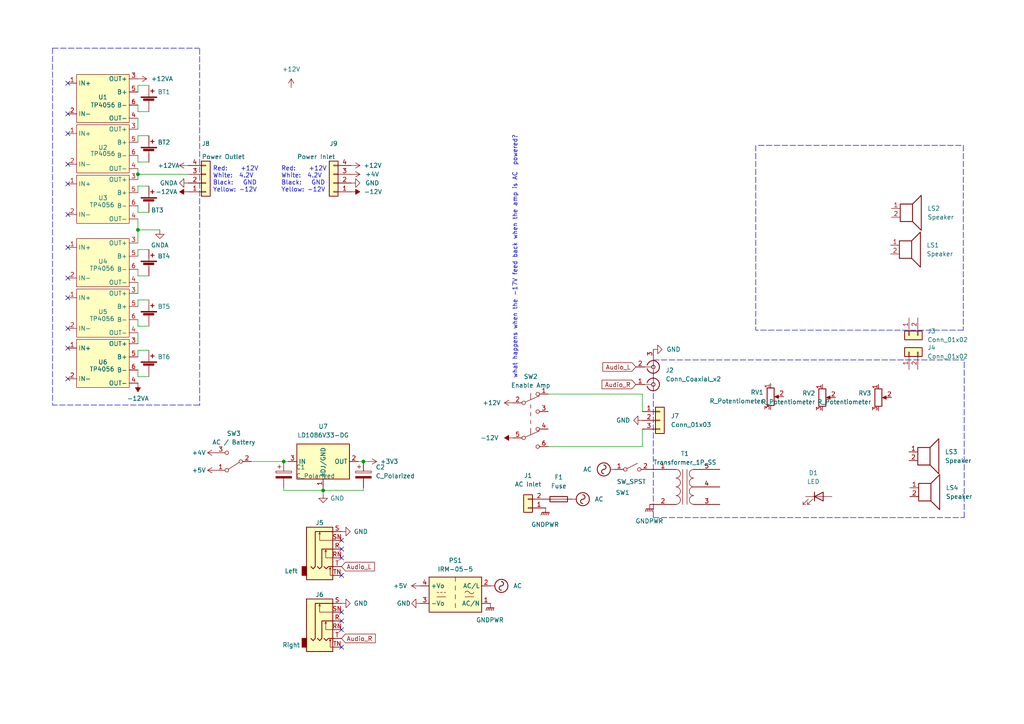
<source format=kicad_sch>
(kicad_sch (version 20211123) (generator eeschema)
  (paper "A4")
  (lib_symbols
    (symbol "Connector:AudioJack3_Switch"
      (property "Reference" "J" (at 0 11.43 0))
      (property "Value" "AudioJack3_Switch" (at 0 8.89 0))
      (symbol "AudioJack3_Switch_0_1"
        (rectangle (start -5.08 -5.08) (end -6.35 -7.62) (stroke (width 0.254)) (fill (type outline)))
        (polyline (pts (xy -1.27 4.826) (xy -1.016 4.318)))
        (polyline (pts (xy 0.508 -0.254) (xy 0.762 -0.762)))
        (polyline (pts (xy 1.778 -5.334) (xy 2.032 -5.842)))
        (polyline (pts (xy 0 -5.08) (xy 0.635 -5.715) (xy 1.27 -5.08) (xy 2.54 -5.08)) (stroke (width 0.254)))
        (polyline (pts (xy 2.54 -7.62) (xy 1.778 -7.62) (xy 1.778 -5.334) (xy 1.524 -5.842)))
        (polyline (pts (xy 2.54 -2.54) (xy 0.508 -2.54) (xy 0.508 -0.254) (xy 0.254 -0.762)))
        (polyline (pts (xy 2.54 2.54) (xy -1.27 2.54) (xy -1.27 4.826) (xy -1.524 4.318)))
        (polyline (pts (xy -1.905 -5.08) (xy -1.27 -5.715) (xy -0.635 -5.08) (xy -0.635 0) (xy 2.54 0)) (stroke (width 0.254)))
        (polyline (pts (xy 2.54 5.08) (xy -2.54 5.08) (xy -2.54 -5.08) (xy -3.175 -5.715) (xy -3.81 -5.08)) (stroke (width 0.254)))
        (rectangle (start 2.54 6.35) (end -5.08 -8.89) (stroke (width 0.254)) (fill (type background)))
      )
      (symbol "AudioJack3_Switch_1_1"
        (pin passive line (at 5.08 0 180) (length 2.54) (name "~") (number "R"))
        (pin passive line (at 5.08 -2.54 180) (length 2.54) (name "~") (number "RN"))
        (pin passive line (at 5.08 5.08 180) (length 2.54) (name "~") (number "S"))
        (pin passive line (at 5.08 2.54 180) (length 2.54) (name "~") (number "SN"))
        (pin passive line (at 5.08 -5.08 180) (length 2.54) (name "~") (number "T"))
        (pin passive line (at 5.08 -7.62 180) (length 2.54) (name "~") (number "TN"))
      )
    )
    (symbol "Connector:Conn_Coaxial_x2" (pin_names (offset 1.016) hide)
      (property "Reference" "J" (at 0 5.715 0))
      (property "Value" "Conn_Coaxial_x2" (at 2.921 0 90))
      (symbol "Conn_Coaxial_x2_0_1"
        (arc (start -1.778 -3.048) (mid 0.2311 -4.3466) (end 1.778 -2.54) (stroke (width 0.254)))
        (arc (start -1.778 2.032) (mid 0.2311 0.7334) (end 1.778 2.54) (stroke (width 0.254)))
        (circle (center 0 -2.54) (radius 0.508) (stroke (width 0.2032)))
        (polyline (pts (xy -2.54 -2.54) (xy -0.508 -2.54)))
        (polyline (pts (xy -2.54 2.54) (xy -0.508 2.54)))
        (polyline (pts (xy 0 -5.08) (xy 0 -4.318)))
        (polyline (pts (xy 0 0.762) (xy 0 -0.635)))
        (circle (center 0 2.54) (radius 0.508) (stroke (width 0.2032)))
        (arc (start 1.778 -2.54) (mid 0.2099 -0.7299) (end -1.778 -2.032) (stroke (width 0.254)))
        (arc (start 1.778 2.54) (mid 0.2099 4.3501) (end -1.778 3.048) (stroke (width 0.254)))
      )
      (symbol "Conn_Coaxial_x2_1_1"
        (pin passive line (at -5.08 2.54 0) (length 2.54) (name "IN1") (number "1"))
        (pin passive line (at -5.08 -2.54 0) (length 2.54) (name "IN2") (number "2"))
        (pin passive line (at 0 -7.62 90) (length 2.54) (name "EXT") (number "3"))
      )
    )
    (symbol "Connector_Generic:Conn_01x02" (pin_names (offset 1.016) hide)
      (property "Reference" "J" (at 0 2.54 0))
      (property "Value" "Conn_01x02" (at 0 -5.08 0))
      (symbol "Conn_01x02_1_1"
        (rectangle (start -1.27 -2.413) (end 0 -2.667) (stroke (width 0.1524)))
        (rectangle (start -1.27 0.127) (end 0 -0.127) (stroke (width 0.1524)))
        (rectangle (start -1.27 1.27) (end 1.27 -3.81) (stroke (width 0.254)) (fill (type background)))
        (pin passive line (at -5.08 0 0) (length 3.81) (name "Pin_1") (number "1"))
        (pin passive line (at -5.08 -2.54 0) (length 3.81) (name "Pin_2") (number "2"))
      )
    )
    (symbol "Connector_Generic:Conn_01x03" (pin_names (offset 1.016) hide)
      (property "Reference" "J" (at 0 5.08 0))
      (property "Value" "Conn_01x03" (at 0 -5.08 0))
      (symbol "Conn_01x03_1_1"
        (rectangle (start -1.27 -2.413) (end 0 -2.667) (stroke (width 0.1524)))
        (rectangle (start -1.27 0.127) (end 0 -0.127) (stroke (width 0.1524)))
        (rectangle (start -1.27 2.667) (end 0 2.413) (stroke (width 0.1524)))
        (rectangle (start -1.27 3.81) (end 1.27 -3.81) (stroke (width 0.254)) (fill (type background)))
        (pin passive line (at -5.08 2.54 0) (length 3.81) (name "Pin_1") (number "1"))
        (pin passive line (at -5.08 0 0) (length 3.81) (name "Pin_2") (number "2"))
        (pin passive line (at -5.08 -2.54 0) (length 3.81) (name "Pin_3") (number "3"))
      )
    )
    (symbol "Connector_Generic:Conn_01x04" (pin_names (offset 1.016) hide)
      (property "Reference" "J" (at 0 5.08 0))
      (property "Value" "Conn_01x04" (at 0 -7.62 0))
      (symbol "Conn_01x04_1_1"
        (rectangle (start -1.27 -4.953) (end 0 -5.207) (stroke (width 0.1524)))
        (rectangle (start -1.27 -2.413) (end 0 -2.667) (stroke (width 0.1524)))
        (rectangle (start -1.27 0.127) (end 0 -0.127) (stroke (width 0.1524)))
        (rectangle (start -1.27 2.667) (end 0 2.413) (stroke (width 0.1524)))
        (rectangle (start -1.27 3.81) (end 1.27 -6.35) (stroke (width 0.254)) (fill (type background)))
        (pin passive line (at -5.08 2.54 0) (length 3.81) (name "Pin_1") (number "1"))
        (pin passive line (at -5.08 0 0) (length 3.81) (name "Pin_2") (number "2"))
        (pin passive line (at -5.08 -2.54 0) (length 3.81) (name "Pin_3") (number "3"))
        (pin passive line (at -5.08 -5.08 0) (length 3.81) (name "Pin_4") (number "4"))
      )
    )
    (symbol "Converter_ACDC:IRM-05-5"
      (property "Reference" "PS" (at 0 6.35 0))
      (property "Value" "IRM-05-5" (at 0 -6.35 0))
      (symbol "IRM-05-5_0_1"
        (rectangle (start -7.62 5.08) (end 7.62 -5.08) (stroke (width 0.254)) (fill (type background)))
        (arc (start -5.334 0.635) (mid -4.699 0.2495) (end -4.064 0.635))
        (arc (start -2.794 0.635) (mid -3.429 1.0072) (end -4.064 0.635))
        (polyline (pts (xy -5.334 -0.635) (xy -2.794 -0.635)))
        (polyline (pts (xy 0 -2.54) (xy 0 -3.81)))
        (polyline (pts (xy 0 0) (xy 0 -1.27)))
        (polyline (pts (xy 0 2.54) (xy 0 1.27)))
        (polyline (pts (xy 0 5.08) (xy 0 3.81)))
        (polyline (pts (xy 2.794 -0.635) (xy 5.334 -0.635)))
        (polyline (pts (xy 2.794 0.635) (xy 3.302 0.635)))
        (polyline (pts (xy 3.81 0.635) (xy 4.318 0.635)))
        (polyline (pts (xy 4.826 0.635) (xy 5.334 0.635)))
      )
      (symbol "IRM-05-5_1_1"
        (pin power_in line (at -10.16 -2.54 0) (length 2.54) (name "AC/N") (number "1"))
        (pin power_in line (at -10.16 2.54 0) (length 2.54) (name "AC/L") (number "2"))
        (pin power_out line (at 10.16 -2.54 180) (length 2.54) (name "-Vo") (number "3"))
        (pin power_out line (at 10.16 2.54 180) (length 2.54) (name "+Vo") (number "4"))
      )
    )
    (symbol "Device:Battery_Cell" (pin_numbers hide) (pin_names (offset 0) hide)
      (property "Reference" "BT" (at 2.54 2.54 0))
      (property "Value" "Battery_Cell" (at 2.54 0 0))
      (symbol "Battery_Cell_0_1"
        (rectangle (start -2.286 1.778) (end 2.286 1.524) (fill (type outline)))
        (rectangle (start -1.5748 1.1938) (end 1.4732 0.6858) (fill (type outline)))
        (polyline (pts (xy 0 0.762) (xy 0 0)))
        (polyline (pts (xy 0 1.778) (xy 0 2.54)))
        (polyline (pts (xy 0.508 3.429) (xy 1.524 3.429)) (stroke (width 0.254)))
        (polyline (pts (xy 1.016 3.937) (xy 1.016 2.921)) (stroke (width 0.254)))
      )
      (symbol "Battery_Cell_1_1"
        (pin passive line (at 0 5.08 270) (length 2.54) (name "+") (number "1"))
        (pin passive line (at 0 -2.54 90) (length 2.54) (name "-") (number "2"))
      )
    )
    (symbol "Device:C_Polarized" (pin_numbers hide) (pin_names (offset 0.254))
      (property "Reference" "C" (at 0.635 2.54 0))
      (property "Value" "C_Polarized" (at 0.635 -2.54 0))
      (symbol "C_Polarized_0_1"
        (rectangle (start -2.286 0.508) (end 2.286 1.016))
        (polyline (pts (xy -1.778 2.286) (xy -0.762 2.286)))
        (polyline (pts (xy -1.27 2.794) (xy -1.27 1.778)))
        (rectangle (start 2.286 -0.508) (end -2.286 -1.016) (fill (type outline)))
      )
      (symbol "C_Polarized_1_1"
        (pin passive line (at 0 3.81 270) (length 2.794) (name "~") (number "1"))
        (pin passive line (at 0 -3.81 90) (length 2.794) (name "~") (number "2"))
      )
    )
    (symbol "Device:Fuse" (pin_numbers hide) (pin_names (offset 0))
      (property "Reference" "F" (at 2.032 0 90))
      (property "Value" "Fuse" (at -1.905 0 90))
      (symbol "Fuse_0_1"
        (rectangle (start -0.762 -2.54) (end 0.762 2.54) (stroke (width 0.254)))
        (polyline (pts (xy 0 2.54) (xy 0 -2.54)))
      )
      (symbol "Fuse_1_1"
        (pin passive line (at 0 3.81 270) (length 1.27) (name "~") (number "1"))
        (pin passive line (at 0 -3.81 90) (length 1.27) (name "~") (number "2"))
      )
    )
    (symbol "Device:LED" (pin_numbers hide) (pin_names (offset 1.016) hide)
      (property "Reference" "D" (at 0 2.54 0))
      (property "Value" "LED" (at 0 -2.54 0))
      (symbol "LED_0_1"
        (polyline (pts (xy -1.27 -1.27) (xy -1.27 1.27)) (stroke (width 0.254)))
        (polyline (pts (xy -1.27 0) (xy 1.27 0)))
        (polyline (pts (xy 1.27 -1.27) (xy 1.27 1.27) (xy -1.27 0) (xy 1.27 -1.27)) (stroke (width 0.254)))
        (polyline (pts (xy -3.048 -0.762) (xy -4.572 -2.286) (xy -3.81 -2.286) (xy -4.572 -2.286) (xy -4.572 -1.524)))
        (polyline (pts (xy -1.778 -0.762) (xy -3.302 -2.286) (xy -2.54 -2.286) (xy -3.302 -2.286) (xy -3.302 -1.524)))
      )
      (symbol "LED_1_1"
        (pin passive line (at -3.81 0 0) (length 2.54) (name "K") (number "1"))
        (pin passive line (at 3.81 0 180) (length 2.54) (name "A") (number "2"))
      )
    )
    (symbol "Device:R_Potentiometer" (pin_names (offset 1.016) hide)
      (property "Reference" "RV" (at -4.445 0 90))
      (property "Value" "R_Potentiometer" (at -2.54 0 90))
      (symbol "R_Potentiometer_0_1"
        (polyline (pts (xy 2.54 0) (xy 1.524 0)))
        (polyline (pts (xy 1.143 0) (xy 2.286 0.508) (xy 2.286 -0.508) (xy 1.143 0)) (fill (type outline)))
        (rectangle (start 1.016 2.54) (end -1.016 -2.54) (stroke (width 0.254)))
      )
      (symbol "R_Potentiometer_1_1"
        (pin passive line (at 0 3.81 270) (length 1.27) (name "1") (number "1"))
        (pin passive line (at 3.81 0 180) (length 1.27) (name "2") (number "2"))
        (pin passive line (at 0 -3.81 90) (length 1.27) (name "3") (number "3"))
      )
    )
    (symbol "Device:Speaker" (pin_names (offset 0) hide)
      (property "Reference" "LS" (at 1.27 5.715 0))
      (property "Value" "Speaker" (at 1.27 3.81 0))
      (symbol "Speaker_0_0"
        (rectangle (start -2.54 1.27) (end 1.016 -3.81) (stroke (width 0.254)))
        (polyline (pts (xy 1.016 1.27) (xy 3.556 3.81) (xy 3.556 -6.35) (xy 1.016 -3.81)) (stroke (width 0.254)))
      )
      (symbol "Speaker_1_1"
        (pin input line (at -5.08 0 0) (length 2.54) (name "1") (number "1"))
        (pin input line (at -5.08 -2.54 0) (length 2.54) (name "2") (number "2"))
      )
    )
    (symbol "Device:Transformer_1P_SS" (pin_names (offset 1.016) hide)
      (property "Reference" "T" (at 0 6.35 0))
      (property "Value" "Transformer_1P_SS" (at 0 -7.62 0))
      (symbol "Transformer_1P_SS_0_1"
        (arc (start -2.54 -5.0546) (mid -1.6599 -4.6901) (end -1.27 -3.81))
        (arc (start -2.54 -2.5146) (mid -1.6599 -2.1501) (end -1.27 -1.27))
        (arc (start -2.54 0.0254) (mid -1.6599 0.3899) (end -1.27 1.27))
        (arc (start -2.54 2.5654) (mid -1.6599 2.9299) (end -1.27 3.81))
        (arc (start -1.27 -3.81) (mid -1.642 -2.912) (end -2.54 -2.54))
        (arc (start -1.27 -1.27) (mid -1.642 -0.372) (end -2.54 0))
        (arc (start -1.27 1.27) (mid -1.642 2.168) (end -2.54 2.54))
        (arc (start -1.27 3.81) (mid -1.642 4.708) (end -2.54 5.08))
        (polyline (pts (xy -0.635 5.08) (xy -0.635 -5.08)))
        (polyline (pts (xy 0.635 -5.08) (xy 0.635 5.08)))
        (arc (start 1.2954 -1.27) (mid 1.6599 -2.1501) (end 2.54 -2.5146))
        (arc (start 1.2954 1.27) (mid 1.6599 0.3899) (end 2.54 0.0254))
        (arc (start 1.2954 3.81) (mid 1.6599 2.9299) (end 2.54 2.5654))
        (arc (start 1.3208 -3.81) (mid 1.6853 -4.6901) (end 2.5654 -5.0546))
        (arc (start 2.54 0) (mid 1.642 -0.372) (end 1.2954 -1.27))
        (arc (start 2.54 2.54) (mid 1.642 2.168) (end 1.2954 1.27))
        (arc (start 2.54 5.08) (mid 1.642 4.708) (end 1.2954 3.81))
        (arc (start 2.5654 -2.54) (mid 1.6674 -2.912) (end 1.3208 -3.81))
      )
      (symbol "Transformer_1P_SS_1_1"
        (pin passive line (at -10.16 5.08 0) (length 7.62) (name "AA") (number "1"))
        (pin passive line (at -10.16 -5.08 0) (length 7.62) (name "AB") (number "2"))
        (pin passive line (at 10.16 -5.08 180) (length 7.62) (name "SA") (number "3"))
        (pin passive line (at 10.16 0 180) (length 7.62) (name "SC") (number "4"))
        (pin passive line (at 10.16 5.08 180) (length 7.62) (name "SB") (number "5"))
      )
    )
    (symbol "Regulator_Linear:LD1086V33-DG"
      (property "Reference" "U" (at 0 10.16 0))
      (property "Value" "LD1086V33-DG" (at 0 7.62 0))
      (symbol "LD1086V33-DG_1_1"
        (rectangle (start -7.62 -5.08) (end 7.62 5.08) (stroke (width 0.254)) (fill (type background)))
        (pin input line (at 0 -7.62 90) (length 2.54) (name "ADJ/GND") (number "1"))
        (pin power_out line (at 10.16 0 180) (length 2.54) (name "OUT") (number "2"))
        (pin power_in line (at -10.16 0 0) (length 2.54) (name "IN") (number "3"))
      )
    )
    (symbol "Switch:SW_Push_DPDT" (pin_names (offset 0) hide)
      (property "Reference" "SW" (at 0 8.89 0))
      (property "Value" "SW_Push_DPDT" (at 0 -10.16 0))
      (symbol "SW_Push_DPDT_0_0"
        (circle (center -2.032 -5.08) (radius 0.508))
        (circle (center -2.032 5.08) (radius 0.508))
        (circle (center 2.032 -7.62) (radius 0.508))
        (circle (center 2.032 2.54) (radius 0.508))
      )
      (symbol "SW_Push_DPDT_0_1"
        (polyline (pts (xy -1.524 -4.826) (xy 2.54 -3.048)))
        (polyline (pts (xy -1.524 5.334) (xy 2.54 7.112)))
        (polyline (pts (xy 0 -2.286) (xy 0 -4.064)))
        (polyline (pts (xy 0 -1.016) (xy 0 0)))
        (polyline (pts (xy 0 1.27) (xy 0 2.286)))
        (polyline (pts (xy 0 3.556) (xy 0 4.572)))
        (polyline (pts (xy 0 7.874) (xy 0 6.096)))
        (circle (center 2.032 -2.54) (radius 0.508))
        (circle (center 2.032 7.62) (radius 0.508))
      )
      (symbol "SW_Push_DPDT_1_1"
        (pin passive line (at 5.08 7.62 180) (length 2.54) (name "A") (number "1"))
        (pin passive line (at -5.08 5.08 0) (length 2.54) (name "B") (number "2"))
        (pin passive line (at 5.08 2.54 180) (length 2.54) (name "C") (number "3"))
        (pin passive line (at 5.08 -2.54 180) (length 2.54) (name "A") (number "4"))
        (pin passive line (at -5.08 -5.08 0) (length 2.54) (name "B") (number "5"))
        (pin passive line (at 5.08 -7.62 180) (length 2.54) (name "C") (number "6"))
      )
    )
    (symbol "Switch:SW_SPDT" (pin_names (offset 0) hide)
      (property "Reference" "SW" (at 0 4.318 0))
      (property "Value" "SW_SPDT" (at 0 -5.08 0))
      (symbol "SW_SPDT_0_0"
        (circle (center -2.032 0) (radius 0.508))
        (circle (center 2.032 -2.54) (radius 0.508))
      )
      (symbol "SW_SPDT_0_1"
        (polyline (pts (xy -1.524 0.254) (xy 1.651 2.286)))
        (circle (center 2.032 2.54) (radius 0.508))
      )
      (symbol "SW_SPDT_1_1"
        (pin passive line (at 5.08 2.54 180) (length 2.54) (name "A") (number "1"))
        (pin passive line (at -5.08 0 0) (length 2.54) (name "B") (number "2"))
        (pin passive line (at 5.08 -2.54 180) (length 2.54) (name "C") (number "3"))
      )
    )
    (symbol "Switch:SW_SPST" (pin_names (offset 0) hide)
      (property "Reference" "SW" (at 0 3.175 0))
      (property "Value" "SW_SPST" (at 0 -2.54 0))
      (symbol "SW_SPST_0_0"
        (circle (center -2.032 0) (radius 0.508))
        (polyline (pts (xy -1.524 0.254) (xy 1.524 1.778)))
        (circle (center 2.032 0) (radius 0.508))
      )
      (symbol "SW_SPST_1_1"
        (pin passive line (at -5.08 0 0) (length 2.54) (name "A") (number "1"))
        (pin passive line (at 5.08 0 180) (length 2.54) (name "B") (number "2"))
      )
    )
    (symbol "TP4056:TP4056"
      (property "Reference" "U" (at 0 8.89 0))
      (property "Value" "TP4056" (at 0 -7.62 0))
      (symbol "TP4056_0_1"
        (rectangle (start -7.62 7.62) (end 7.62 -6.35) (fill (type background)))
      )
      (symbol "TP4056_1_1"
        (pin power_in line (at -10.16 5.08 0) (length 2.54) (name "IN+") (number "1"))
        (pin power_in line (at -10.16 -3.81 0) (length 2.54) (name "IN-") (number "2"))
        (pin power_out line (at 10.16 6.35 180) (length 2.54) (name "OUT+") (number "3"))
        (pin power_out line (at 10.16 -5.08 180) (length 2.54) (name "OUT-") (number "4"))
        (pin power_in line (at 10.16 2.54 180) (length 2.54) (name "B+") (number "5"))
        (pin power_in line (at 10.16 -1.27 180) (length 2.54) (name "B-") (number "6"))
      )
    )
    (symbol "power:+12V" (power) (pin_names (offset 0))
      (property "Value" "+12V" (at 0 3.556 0))
      (symbol "+12V_0_1"
        (polyline (pts (xy -0.762 1.27) (xy 0 2.54)))
        (polyline (pts (xy 0 0) (xy 0 2.54)))
        (polyline (pts (xy 0 2.54) (xy 0.762 1.27)))
      )
      (symbol "+12V_1_1"
        (pin power_in line (at 0 0 90) (length 0) hide (name "+12V") (number "1"))
      )
    )
    (symbol "power:+12VA" (power) (pin_names (offset 0))
      (property "Value" "+12VA" (at 0 3.556 0))
      (symbol "+12VA_0_1"
        (polyline (pts (xy -0.762 1.27) (xy 0 2.54)))
        (polyline (pts (xy 0 0) (xy 0 2.54)))
        (polyline (pts (xy 0 2.54) (xy 0.762 1.27)))
      )
      (symbol "+12VA_1_1"
        (pin power_in line (at 0 0 90) (length 0) hide (name "+12VA") (number "1"))
      )
    )
    (symbol "power:+3V3" (power) (pin_names (offset 0))
      (property "Value" "+3V3" (at 0 3.556 0))
      (symbol "+3V3_0_1"
        (polyline (pts (xy -0.762 1.27) (xy 0 2.54)))
        (polyline (pts (xy 0 0) (xy 0 2.54)))
        (polyline (pts (xy 0 2.54) (xy 0.762 1.27)))
      )
      (symbol "+3V3_1_1"
        (pin power_in line (at 0 0 90) (length 0) hide (name "+3V3") (number "1"))
      )
    )
    (symbol "power:+4V" (power) (pin_names (offset 0))
      (property "Value" "+4V" (at 0 3.556 0))
      (symbol "+4V_0_1"
        (polyline (pts (xy -0.762 1.27) (xy 0 2.54)))
        (polyline (pts (xy 0 0) (xy 0 2.54)))
        (polyline (pts (xy 0 2.54) (xy 0.762 1.27)))
      )
      (symbol "+4V_1_1"
        (pin power_in line (at 0 0 90) (length 0) hide (name "+4V") (number "1"))
      )
    )
    (symbol "power:+5V" (power) (pin_names (offset 0))
      (property "Value" "+5V" (at 0 3.556 0))
      (symbol "+5V_0_1"
        (polyline (pts (xy -0.762 1.27) (xy 0 2.54)))
        (polyline (pts (xy 0 0) (xy 0 2.54)))
        (polyline (pts (xy 0 2.54) (xy 0.762 1.27)))
      )
      (symbol "+5V_1_1"
        (pin power_in line (at 0 0 90) (length 0) hide (name "+5V") (number "1"))
      )
    )
    (symbol "power:-12V" (power) (pin_names (offset 0))
      (property "Value" "-12V" (at 0 3.81 0))
      (symbol "-12V_0_0"
        (pin power_in line (at 0 0 90) (length 0) hide (name "-12V") (number "1"))
      )
      (symbol "-12V_0_1"
        (polyline (pts (xy 0 0) (xy 0 1.27) (xy 0.762 1.27) (xy 0 2.54) (xy -0.762 1.27) (xy 0 1.27)) (fill (type outline)))
      )
    )
    (symbol "power:-12VA" (power) (pin_names (offset 0))
      (property "Value" "-12VA" (at 0 3.556 0))
      (symbol "-12VA_0_0"
        (pin power_in line (at 0 0 90) (length 0) hide (name "-12VA") (number "1"))
      )
      (symbol "-12VA_0_1"
        (polyline (pts (xy 0 0) (xy 0 1.27) (xy 0.762 1.27) (xy 0 2.54) (xy -0.762 1.27) (xy 0 1.27)) (fill (type outline)))
      )
    )
    (symbol "power:AC" (power) (pin_names (offset 0))
      (property "Value" "AC" (at 0 6.35 0))
      (symbol "AC_0_1"
        (polyline (pts (xy 0 0) (xy 0 1.27)))
        (arc (start 0 3.175) (mid -0.635 3.81) (end -1.27 3.175) (stroke (width 0.254)))
        (arc (start 0 3.175) (mid 0.635 2.54) (end 1.27 3.175) (stroke (width 0.254)))
        (circle (center 0 3.175) (radius 1.905) (stroke (width 0.254)))
      )
      (symbol "AC_1_1"
        (pin power_in line (at 0 0 90) (length 0) hide (name "AC") (number "1"))
      )
    )
    (symbol "power:GND" (power) (pin_names (offset 0))
      (property "Value" "GND" (at 0 -3.81 0))
      (symbol "GND_0_1"
        (polyline (pts (xy 0 0) (xy 0 -1.27) (xy 1.27 -1.27) (xy 0 -2.54) (xy -1.27 -1.27) (xy 0 -1.27)))
      )
      (symbol "GND_1_1"
        (pin power_in line (at 0 0 270) (length 0) hide (name "GND") (number "1"))
      )
    )
    (symbol "power:GNDA" (power) (pin_names (offset 0))
      (property "Value" "GNDA" (at 0 -3.81 0))
      (symbol "GNDA_0_1"
        (polyline (pts (xy 0 0) (xy 0 -1.27) (xy 1.27 -1.27) (xy 0 -2.54) (xy -1.27 -1.27) (xy 0 -1.27)))
      )
      (symbol "GNDA_1_1"
        (pin power_in line (at 0 0 270) (length 0) hide (name "GNDA") (number "1"))
      )
    )
    (symbol "power:GNDPWR" (power) (pin_names (offset 0))
      (property "Value" "GNDPWR" (at 0 -3.302 0))
      (symbol "GNDPWR_0_1"
        (polyline (pts (xy 0 -1.27) (xy 0 0)))
        (polyline (pts (xy -1.016 -1.27) (xy -1.27 -2.032) (xy -1.27 -2.032)) (stroke (width 0.2032)))
        (polyline (pts (xy -0.508 -1.27) (xy -0.762 -2.032) (xy -0.762 -2.032)) (stroke (width 0.2032)))
        (polyline (pts (xy 0 -1.27) (xy -0.254 -2.032) (xy -0.254 -2.032)) (stroke (width 0.2032)))
        (polyline (pts (xy 0.508 -1.27) (xy 0.254 -2.032) (xy 0.254 -2.032)) (stroke (width 0.2032)))
        (polyline (pts (xy 1.016 -1.27) (xy -1.016 -1.27) (xy -1.016 -1.27)) (stroke (width 0.2032)))
        (polyline (pts (xy 1.016 -1.27) (xy 0.762 -2.032) (xy 0.762 -2.032) (xy 0.762 -2.032)) (stroke (width 0.2032)))
      )
      (symbol "GNDPWR_1_1"
        (pin power_in line (at 0 0 270) (length 0) hide (name "GNDPWR") (number "1"))
      )
    )
  )
  (junction (at 82.296 133.858))
  (junction (at 40.005 50.546))
  (junction (at 40.005 66.675))
  (junction (at 93.726 142.24))
  (junction (at 105.41 133.858))
  (no_connect (at 99.06 187.706))
  (no_connect (at 99.06 177.546))
  (no_connect (at 99.06 180.086))
  (no_connect (at 99.06 182.626))
  (no_connect (at 19.685 53.34))
  (no_connect (at 19.685 33.02))
  (no_connect (at 19.685 62.23))
  (no_connect (at 19.685 86.36))
  (no_connect (at 19.685 71.755))
  (no_connect (at 19.685 24.13))
  (no_connect (at 19.685 109.855))
  (no_connect (at 19.685 80.645))
  (no_connect (at 99.06 156.718))
  (no_connect (at 19.685 47.625))
  (no_connect (at 19.685 95.25))
  (no_connect (at 99.06 159.258))
  (no_connect (at 19.685 38.735))
  (no_connect (at 19.685 100.965))
  (no_connect (at 99.06 166.878))
  (no_connect (at 99.06 161.798))
  (polyline (pts (xy 57.912 14.097) (xy 57.912 117.602)))
  (wire (pts (xy 40.005 94.615) (xy 43.18 94.615)))
  (wire (pts (xy 40.005 66.675) (xy 40.005 70.485)))
  (wire (pts (xy 103.886 133.858) (xy 105.41 133.858)))
  (wire (pts (xy 40.005 92.71) (xy 40.005 94.615)))
  (polyline (pts (xy 279.4 42.164) (xy 279.4 95.758)))
  (polyline (pts (xy 189.484 104.394) (xy 279.654 104.394)))
  (wire (pts (xy 40.005 86.995) (xy 40.005 88.9)))
  (wire (pts (xy 40.005 80.01) (xy 43.18 80.01)))
  (wire (pts (xy 40.005 109.22) (xy 40.005 107.315)))
  (wire (pts (xy 40.005 53.975) (xy 43.18 53.975)))
  (wire (pts (xy 40.005 78.105) (xy 40.005 80.01)))
  (wire (pts (xy 40.005 39.37) (xy 43.18 39.37)))
  (polyline (pts (xy 279.654 150.114) (xy 279.654 104.394)))
  (wire (pts (xy 40.005 55.88) (xy 40.005 53.975)))
  (wire (pts (xy 40.005 96.52) (xy 40.005 99.695)))
  (polyline (pts (xy 219.202 42.164) (xy 219.202 95.758)))
  (wire (pts (xy 43.18 32.385) (xy 40.005 32.385)))
  (wire (pts (xy 40.005 48.895) (xy 40.005 50.546)))
  (wire (pts (xy 105.41 141.478) (xy 105.41 142.24)))
  (wire (pts (xy 40.005 61.595) (xy 40.005 59.69)))
  (polyline (pts (xy 219.964 42.164) (xy 279.4 42.164)))
  (polyline (pts (xy 189.484 104.902) (xy 189.484 150.114)))
  (wire (pts (xy 43.18 46.99) (xy 40.005 46.99)))
  (polyline (pts (xy 15.24 13.97) (xy 15.24 117.475)))
  (wire (pts (xy 93.726 142.24) (xy 82.296 142.24)))
  (wire (pts (xy 82.296 142.24) (xy 82.296 141.478)))
  (wire (pts (xy 43.18 61.595) (xy 40.005 61.595)))
  (wire (pts (xy 43.18 72.39) (xy 40.005 72.39)))
  (wire (pts (xy 40.005 81.915) (xy 40.005 85.09)))
  (wire (pts (xy 105.41 142.24) (xy 93.726 142.24)))
  (wire (pts (xy 40.005 63.5) (xy 40.005 66.675)))
  (wire (pts (xy 40.005 46.99) (xy 40.005 45.085)))
  (wire (pts (xy 159.004 129.54) (xy 186.309 129.54)))
  (wire (pts (xy 105.41 133.858) (xy 106.68 133.858)))
  (wire (pts (xy 43.18 109.22) (xy 40.005 109.22)))
  (wire (pts (xy 159.004 114.3) (xy 186.309 114.3)))
  (polyline (pts (xy 279.4 95.758) (xy 219.202 95.758)))
  (wire (pts (xy 40.005 66.675) (xy 46.355 66.675)))
  (wire (pts (xy 82.296 133.858) (xy 83.566 133.858)))
  (polyline (pts (xy 189.484 150.114) (xy 279.654 150.114)))
  (wire (pts (xy 93.726 141.478) (xy 93.726 142.24)))
  (wire (pts (xy 40.005 41.275) (xy 40.005 39.37)))
  (wire (pts (xy 40.005 26.67) (xy 40.005 24.765)))
  (wire (pts (xy 72.898 133.858) (xy 82.296 133.858)))
  (wire (pts (xy 40.005 34.29) (xy 40.005 37.465)))
  (wire (pts (xy 40.005 72.39) (xy 40.005 74.295)))
  (wire (pts (xy 40.005 101.6) (xy 43.18 101.6)))
  (wire (pts (xy 40.005 24.765) (xy 43.18 24.765)))
  (wire (pts (xy 40.005 50.546) (xy 40.005 52.07)))
  (wire (pts (xy 186.309 129.54) (xy 186.309 124.46)))
  (polyline (pts (xy 15.24 13.97) (xy 57.785 13.97)))
  (wire (pts (xy 186.309 114.3) (xy 186.309 119.38)))
  (wire (pts (xy 93.726 142.24) (xy 93.726 143.256)))
  (wire (pts (xy 40.005 50.546) (xy 54.61 50.546)))
  (wire (pts (xy 40.005 32.385) (xy 40.005 30.48)))
  (wire (pts (xy 40.005 103.505) (xy 40.005 101.6)))
  (polyline (pts (xy 57.785 117.475) (xy 15.24 117.475)))
  (wire (pts (xy 43.18 86.995) (xy 40.005 86.995)))
  (text "what happens when the -17V feed back when the amp is AC  powered?" (at 150.114 109.855 90) (effects (font (size 1.27 1.27)) (justify left bottom)))
  (text "Red:    +12V\nWhite:  4.2V\nBlack:   GND\nYellow: -12V" (at 81.534 55.88 0) (effects (font (size 1.27 1.27)) (justify left bottom)))
  (text "Red:    +12V\nWhite:  4.2V\nBlack:   GND\nYellow: -12V" (at 61.722 55.88 0) (effects (font (size 1.27 1.27)) (justify left bottom)))
  (global_label "Audio_L" (shape input) (at 99.06 164.338 0) (property "Intersheet References" "${INTERSHEET_REFS}" (effects hide)))
  (global_label "Audio_L" (shape input) (at 184.404 106.426 180) (property "Intersheet References" "${INTERSHEET_REFS}" (effects hide)))
  (global_label "Audio_R" (shape input) (at 99.06 185.166 0) (property "Intersheet References" "${INTERSHEET_REFS}" (effects hide)))
  (global_label "Audio_R" (shape input) (at 184.404 111.506 180) (property "Intersheet References" "${INTERSHEET_REFS}" (effects hide)))
  (symbol (lib_id "power:+12VA") (at 40.005 22.86 270) (unit 1)
    (property "Reference" "#PWR0115" (effects hide))
    (property "Value" "+12VA" (at 43.815 22.8599 90) (effects (justify left)))
  )
  (symbol (lib_id "power:+3V3") (at 106.68 133.858 270) (unit 1)
    (property "Reference" "#PWR0120" (effects hide))
    (property "Value" "+3V3" (at 110.236 133.8579 90) (effects (justify left)))
  )
  (symbol (lib_id "TP4056:TP4056") (at 29.845 29.21 0) (unit 1)
    (property "Reference" "U1" (at 29.845 28.194 0))
    (property "Value" "TP4056" (at 29.845 30.48 0))
    (property "Footprint" "tp4056:TP4056" (effects hide))
  )
  (symbol (lib_id "power:-12V") (at 101.854 55.626 270) (unit 1)
    (property "Reference" "#PWR0107" (effects hide))
    (property "Value" "-12V" (at 108.204 55.626 90))
  )
  (symbol (lib_id "Connector:AudioJack3_Switch") (at 93.98 159.258 0) (unit 1)
    (property "Reference" "J5" (at 92.71 151.638 0))
    (property "Value" "Left" (at 84.455 165.608 0))
    (property "Footprint" "Connector_Audio:Jack_6.35mm_Neutrik_NMJ6HHD2_Horizontal" (effects hide))
  )
  (symbol (lib_id "power:GNDPWR") (at 158.242 147.32 0) (unit 1)
    (property "Reference" "#PWR0103" (effects hide))
    (property "Value" "GNDPWR" (at 158.115 152.146 0))
  )
  (symbol (lib_id "power:-12V") (at 148.844 127 90) (unit 1)
    (property "Reference" "#PWR0114" (effects hide))
    (property "Value" "-12V" (at 139.319 127 90) (effects (justify right)))
  )
  (symbol (lib_id "Connector:AudioJack3_Switch") (at 93.98 180.086 0) (unit 1)
    (property "Reference" "J6" (at 92.71 172.466 0))
    (property "Value" "Right" (at 84.455 187.071 0))
    (property "Footprint" "Connector_Audio:Jack_6.35mm_Neutrik_NMJ6HHD2_Horizontal" (effects hide))
  )
  (symbol (lib_id "Device:R_Potentiometer") (at 254.762 115.316 0) (unit 1)
    (property "Reference" "RV3" (at 252.73 114.0459 0) (effects (justify right)))
    (property "Value" "R_Potentiometer" (at 252.73 116.5859 0) (effects (justify right)))
  )
  (symbol (lib_id "TP4056:TP4056") (at 29.845 106.045 0) (unit 1)
    (property "Reference" "U6" (at 29.845 105.029 0))
    (property "Value" "TP4056" (at 29.591 107.061 0))
    (property "Footprint" "tp4056:TP4056" (effects hide))
  )
  (symbol (lib_id "power:GND") (at 189.484 101.346 90) (unit 1)
    (property "Reference" "#PWR0110" (effects hide))
    (property "Value" "GND" (at 193.294 101.3459 90) (effects (justify right)))
  )
  (symbol (lib_id "power:GNDPWR") (at 188.468 146.304 0) (unit 1)
    (property "Reference" "#PWR0104" (effects hide))
    (property "Value" "GNDPWR" (at 188.341 151.13 0))
  )
  (symbol (lib_id "power:+4V") (at 62.738 131.318 90) (unit 1)
    (property "Reference" "#PWR0124" (effects hide))
    (property "Value" "+4V" (at 55.626 131.318 90) (effects (justify right)))
  )
  (symbol (lib_id "TP4056:TP4056") (at 29.845 43.815 0) (unit 1)
    (property "Reference" "U2" (at 29.845 42.799 0))
    (property "Value" "TP4056" (at 29.845 44.577 0))
    (property "Footprint" "tp4056:TP4056" (effects hide))
  )
  (symbol (lib_id "Device:Speaker") (at 263.652 60.452 0) (unit 1)
    (property "Reference" "LS2" (at 268.986 60.4519 0) (effects (justify left)))
    (property "Value" "Speaker" (at 268.986 62.9919 0) (effects (justify left)))
  )
  (symbol (lib_id "power:+12V") (at 148.844 116.84 90) (unit 1)
    (property "Reference" "#PWR0113" (effects hide))
    (property "Value" "+12V" (at 139.954 116.84 90) (effects (justify right)))
  )
  (symbol (lib_id "power:GND") (at 99.06 154.178 90) (unit 1)
    (property "Reference" "#PWR0108" (effects hide))
    (property "Value" "GND" (at 102.616 154.1779 90) (effects (justify right)))
  )
  (symbol (lib_id "Connector_Generic:Conn_01x04") (at 59.69 53.086 0) (mirror x) (unit 1)
    (property "Reference" "J8" (at 59.69 41.656 0))
    (property "Value" "Power Outlet" (at 64.77 45.466 0))
  )
  (symbol (lib_id "TP4056:TP4056") (at 29.845 58.42 0) (unit 1)
    (property "Reference" "U3" (at 29.845 57.404 0))
    (property "Value" "TP4056" (at 29.591 59.436 0))
    (property "Footprint" "tp4056:TP4056" (effects hide))
  )
  (symbol (lib_id "power:+4V") (at 101.854 50.546 270) (unit 1)
    (property "Reference" "#PWR0122" (effects hide))
    (property "Value" "+4V" (at 105.918 50.5459 90) (effects (justify left)))
  )
  (symbol (lib_id "Device:Battery_Cell") (at 43.18 29.845 0) (unit 1)
    (property "Reference" "BT1" (at 45.72 26.67 0) (effects (justify left)))
    (property "Value" "Battery_Cell" (effects hide))
    (property "Footprint" "Battery:BatteryHolder_MPD_BH-18650-PC2" (effects hide))
  )
  (symbol (lib_id "power:+12V") (at 101.854 48.006 270) (unit 1)
    (property "Reference" "#PWR0121" (effects hide))
    (property "Value" "+12V" (at 110.744 48.006 90) (effects (justify right)))
  )
  (symbol (lib_id "Device:Battery_Cell") (at 43.18 92.075 0) (unit 1)
    (property "Reference" "BT5" (at 45.72 88.9 0) (effects (justify left)))
    (property "Value" "Battery_Cell" (effects hide))
    (property "Footprint" "Battery:BatteryHolder_MPD_BH-18650-PC2" (effects hide))
  )
  (symbol (lib_id "Regulator_Linear:LD1086V33-DG") (at 93.726 133.858 0) (unit 1)
    (property "Reference" "U7" (at 93.726 123.698 0))
    (property "Value" "LD1086V33-DG" (at 93.726 126.238 0))
    (property "Footprint" "Package_TO_SOT_THT:TO-220-3_Vertical" (effects hide))
    (property "Datasheet" "https://www.st.com/resource/en/datasheet/ld1086.pdf" (effects hide))
  )
  (symbol (lib_id "power:GNDA") (at 46.355 66.675 0) (unit 1)
    (property "Reference" "#PWR0105" (effects hide))
    (property "Value" "GNDA" (at 46.355 71.12 0))
  )
  (symbol (lib_id "power:+12VA") (at 54.61 48.006 90) (unit 1)
    (property "Reference" "#PWR0117" (effects hide))
    (property "Value" "+12VA" (at 45.72 48.006 90) (effects (justify right)))
  )
  (symbol (lib_id "Device:C_Polarized") (at 105.41 137.668 0) (unit 1)
    (property "Reference" "C2" (at 108.966 135.5089 0) (effects (justify left)))
    (property "Value" "C_Polarized" (at 108.966 138.0489 0) (effects (justify left)))
    (property "Footprint" "Capacitor_THT:CP_Radial_D6.3mm_P2.50mm" (effects hide))
  )
  (symbol (lib_id "Device:Battery_Cell") (at 43.18 106.68 0) (unit 1)
    (property "Reference" "BT6" (at 45.72 103.505 0) (effects (justify left)))
    (property "Value" "Battery_Cell" (effects hide))
    (property "Footprint" "Battery:BatteryHolder_MPD_BH-18650-PC2" (effects hide))
  )
  (symbol (lib_id "power:+5V") (at 121.92 169.926 90) (unit 1)
    (property "Reference" "#PWR0127" (effects hide))
    (property "Value" "+5V" (at 118.11 169.9259 90) (effects (justify left)))
  )
  (symbol (lib_id "power:GND") (at 186.309 121.92 270) (unit 1)
    (property "Reference" "#PWR0111" (effects hide))
    (property "Value" "GND" (at 178.689 121.92 90) (effects (justify left)))
  )
  (symbol (lib_id "Device:C_Polarized") (at 82.296 137.668 0) (unit 1)
    (property "Reference" "C1" (at 85.852 135.5089 0) (effects (justify left)))
    (property "Value" "C_Polarized" (at 85.852 138.0489 0) (effects (justify left)))
    (property "Footprint" "Capacitor_THT:CP_Radial_D6.3mm_P2.50mm" (effects hide))
  )
  (symbol (lib_id "power:-12VA") (at 54.61 55.626 90) (unit 1)
    (property "Reference" "#PWR0116" (effects hide))
    (property "Value" "-12VA" (at 45.085 55.626 90) (effects (justify right)))
  )
  (symbol (lib_id "power:GND") (at 93.726 143.256 0) (unit 1)
    (property "Reference" "#PWR0123" (effects hide))
    (property "Value" "GND" (at 95.758 144.5259 0) (effects (justify left)))
  )
  (symbol (lib_id "power:AC") (at 165.862 144.78 270) (unit 1)
    (property "Reference" "#PWR0102" (effects hide))
    (property "Value" "AC" (at 172.466 144.7799 90) (effects (justify left)))
  )
  (symbol (lib_id "Device:Speaker") (at 268.986 141.478 0) (unit 1)
    (property "Reference" "LS4" (at 274.32 141.4779 0) (effects (justify left)))
    (property "Value" "Speaker" (at 274.32 144.0179 0) (effects (justify left)))
  )
  (symbol (lib_id "Converter_ACDC:IRM-05-5") (at 132.08 172.466 0) (mirror y) (unit 1)
    (property "Reference" "PS1" (at 132.08 162.56 0))
    (property "Value" "IRM-05-5" (at 132.08 165.1 0))
    (property "Footprint" "Converter_ACDC:Converter_ACDC_MeanWell_IRM-05-xx_THT" (effects hide))
    (property "Datasheet" "https://www.meanwell.com/Upload/PDF/IRM-05/IRM-05-SPEC.PDF" (effects hide))
  )
  (symbol (lib_id "Device:R_Potentiometer") (at 223.52 115.062 0) (unit 1)
    (property "Reference" "RV1" (at 221.488 113.7919 0) (effects (justify right)))
    (property "Value" "R_Potentiometer" (at 221.488 116.3319 0) (effects (justify right)))
  )
  (symbol (lib_id "Device:Transformer_1P_SS") (at 198.628 141.224 0) (unit 1)
    (property "Reference" "T1" (at 198.6407 131.572 0))
    (property "Value" "Transformer_1P_SS" (at 198.6407 134.112 0))
  )
  (symbol (lib_id "Connector_Generic:Conn_01x02") (at 263.652 102.108 90) (unit 1)
    (property "Reference" "J4" (at 268.986 100.8379 90) (effects (justify right)))
    (property "Value" "Conn_01x02" (at 268.986 103.3779 90) (effects (justify right)))
  )
  (symbol (lib_id "power:GND") (at 121.92 175.006 270) (unit 1)
    (property "Reference" "#PWR0128" (effects hide))
    (property "Value" "GND" (at 115.062 175.006 90) (effects (justify left)))
  )
  (symbol (lib_id "Device:LED") (at 237.49 144.018 0) (unit 1)
    (property "Reference" "D1" (at 235.9025 137.16 0))
    (property "Value" "LED" (at 235.9025 139.7 0))
  )
  (symbol (lib_id "TP4056:TP4056") (at 29.845 76.835 0) (unit 1)
    (property "Reference" "U4" (at 29.845 75.819 0))
    (property "Value" "TP4056" (at 29.591 77.851 0))
    (property "Footprint" "tp4056:TP4056" (effects hide))
  )
  (symbol (lib_id "Device:Battery_Cell") (at 43.18 77.47 0) (unit 1)
    (property "Reference" "BT4" (at 45.72 74.295 0) (effects (justify left)))
    (property "Value" "Battery_Cell" (effects hide))
    (property "Footprint" "Battery:BatteryHolder_MPD_BH-18650-PC2" (effects hide))
  )
  (symbol (lib_id "power:-12VA") (at 40.005 111.125 180) (unit 1)
    (property "Reference" "#PWR0112" (effects hide))
    (property "Value" "-12VA" (at 40.005 115.57 0))
  )
  (symbol (lib_id "power:AC") (at 178.308 136.144 90) (unit 1)
    (property "Reference" "#PWR0101" (effects hide))
    (property "Value" "AC" (at 171.704 136.1439 90) (effects (justify left)))
  )
  (symbol (lib_id "TP4056:TP4056") (at 29.845 91.44 0) (unit 1)
    (property "Reference" "U5" (at 29.845 90.424 0))
    (property "Value" "TP4056" (at 29.591 92.456 0))
    (property "Footprint" "tp4056:TP4056" (effects hide))
  )
  (symbol (lib_id "power:GND") (at 99.06 175.006 90) (unit 1)
    (property "Reference" "#PWR0109" (effects hide))
    (property "Value" "GND" (at 102.616 175.0059 90) (effects (justify right)))
  )
  (symbol (lib_id "Device:Battery_Cell") (at 43.18 59.055 0) (unit 1)
    (property "Reference" "BT3" (at 43.815 60.96 0) (effects (justify left)))
    (property "Value" "Battery_Cell" (effects hide))
    (property "Footprint" "Battery:BatteryHolder_MPD_BH-18650-PC2" (effects hide))
  )
  (symbol (lib_id "Device:Speaker") (at 268.732 131.064 0) (unit 1)
    (property "Reference" "LS3" (at 274.066 131.0639 0) (effects (justify left)))
    (property "Value" "Speaker" (at 274.066 133.6039 0) (effects (justify left)))
  )
  (symbol (lib_id "Device:R_Potentiometer") (at 238.506 115.316 0) (unit 1)
    (property "Reference" "RV2" (at 236.474 114.0459 0) (effects (justify right)))
    (property "Value" "R_Potentiometer" (at 236.474 116.5859 0) (effects (justify right)))
  )
  (symbol (lib_id "Device:Speaker") (at 263.398 71.12 0) (unit 1)
    (property "Reference" "LS1" (at 268.732 71.1199 0) (effects (justify left)))
    (property "Value" "Speaker" (at 268.732 73.6599 0) (effects (justify left)))
  )
  (symbol (lib_id "power:AC") (at 142.24 169.926 270) (unit 1)
    (property "Reference" "#PWR0126" (effects hide))
    (property "Value" "AC" (at 148.844 169.9259 90) (effects (justify left)))
  )
  (symbol (lib_id "Connector:Conn_Coaxial_x2") (at 189.484 108.966 0) (mirror x) (unit 1)
    (property "Reference" "J2" (at 193.04 107.4027 0) (effects (justify left)))
    (property "Value" "Conn_Coaxial_x2" (at 193.04 109.9427 0) (effects (justify left)))
    (property "Datasheet" " ~" (effects hide))
  )
  (symbol (lib_id "Connector_Generic:Conn_01x02") (at 153.162 147.32 180) (unit 1)
    (property "Reference" "J1" (at 153.162 137.922 0))
    (property "Value" "AC Inlet" (at 153.162 140.462 0))
  )
  (symbol (lib_id "Connector_Generic:Conn_01x04") (at 96.774 53.086 180) (unit 1)
    (property "Reference" "J9" (at 96.774 41.656 0))
    (property "Value" "Power Inlet" (at 91.694 45.466 0))
    (property "Footprint" "Connector_PinHeader_2.54mm:PinHeader_1x04_P2.54mm_Horizontal" (effects hide))
  )
  (symbol (lib_id "Switch:SW_SPST") (at 183.388 136.144 0) (unit 1)
    (property "Reference" "SW1" (at 180.594 142.875 0))
    (property "Value" "SW_SPST" (at 183.134 139.7 0))
  )
  (symbol (lib_id "Connector_Generic:Conn_01x03") (at 191.389 121.92 0) (unit 1)
    (property "Reference" "J7" (at 194.564 120.6499 0) (effects (justify left)))
    (property "Value" "Conn_01x03" (at 194.564 123.1899 0) (effects (justify left)))
  )
  (symbol (lib_id "Device:Fuse") (at 162.052 144.78 90) (unit 1)
    (property "Reference" "F1" (at 162.052 138.43 90))
    (property "Value" "Fuse" (at 162.052 140.97 90))
  )
  (symbol (lib_id "power:+12V") (at 84.455 25.4 0) (unit 1)
    (property "Reference" "#PWR0106" (effects hide))
    (property "Value" "+12V" (at 84.455 20.066 0))
  )
  (symbol (lib_id "Switch:SW_SPDT") (at 67.818 133.858 180) (unit 1)
    (property "Reference" "SW3" (at 67.818 125.73 0))
    (property "Value" "AC / Battery" (at 67.818 128.27 0))
  )
  (symbol (lib_id "power:+5V") (at 62.738 136.398 90) (unit 1)
    (property "Reference" "#PWR0125" (effects hide))
    (property "Value" "+5V" (at 55.626 136.398 90) (effects (justify right)))
  )
  (symbol (lib_id "power:GNDA") (at 54.61 53.086 270) (unit 1)
    (property "Reference" "#PWR0118" (effects hide))
    (property "Value" "GNDA" (at 46.355 53.086 90) (effects (justify left)))
  )
  (symbol (lib_id "Device:Battery_Cell") (at 43.18 44.45 0) (unit 1)
    (property "Reference" "BT2" (at 45.72 41.275 0) (effects (justify left)))
    (property "Value" "Battery_Cell" (effects hide))
    (property "Footprint" "Battery:BatteryHolder_MPD_BH-18650-PC2" (effects hide))
  )
  (symbol (lib_id "Switch:SW_Push_DPDT") (at 153.924 121.92 0) (unit 1)
    (property "Reference" "SW2" (at 153.924 109.22 0))
    (property "Value" "Enable Amp" (at 153.924 111.76 0))
    (property "Footprint" "Button_Switch_THT:SW_CuK_JS202011CQN_DPDT_Straight" (effects hide))
  )
  (symbol (lib_id "Connector_Generic:Conn_01x02") (at 263.652 97.282 90) (mirror x) (unit 1)
    (property "Reference" "J3" (at 268.986 96.0119 90) (effects (justify right)))
    (property "Value" "Conn_01x02" (at 268.986 98.5519 90) (effects (justify right)))
  )
  (symbol (lib_id "power:GND") (at 101.854 53.086 90) (unit 1)
    (property "Reference" "#PWR0119" (effects hide))
    (property "Value" "GND" (at 105.918 53.0859 90) (effects (justify right)))
  )
  (symbol (lib_id "power:GNDPWR") (at 142.24 175.006 0) (unit 1)
    (property "Reference" "#PWR0129" (effects hide))
    (property "Value" "GNDPWR" (at 142.113 179.832 0))
  )
)
</source>
